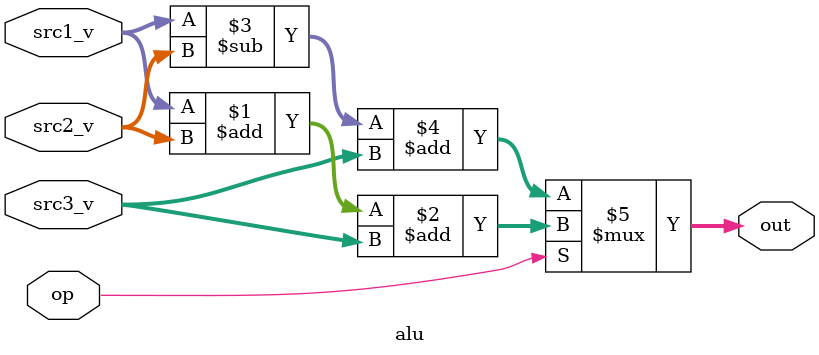
<source format=v>

module registers(
    input clk,
    input w,
    input[4:0] dst,
    input[4:0] src1,
    input[4:0] src2,
    input[31:0] w_v,
    output[31:0] src1_v,
    output[31:0] src2_v,
    output[31:0] src3_v
);

reg [31:0] bank [0:31];
assign src1_v = src1 == 0 ? 0 : bank[src1];
assign src2_v = src2 == 0 ? 0 : bank[src2];
assign src3_v = dst  == 0 ? 0 : bank[dst];

wire[31:0] d_r0, d_r1, d_r2, d_r3, d_r4;
assign d_r0 = bank[0];
assign d_r1 = bank[1];
assign d_r2 = bank[2];
assign d_r3 = bank[3];
assign d_r4 = bank[4];

always @(negedge clk)
    if (w)
        bank[dst] <= w_v;
endmodule



module memory(
    input clk,
    input w,
    input[31:0] addr,
    input[31:0] w_v,
    output[31:0] r_v
);

initial begin
	bank[00] = 'b0_0_1_1_0_00001_00001_00000_00000;   // r1 = 1
	bank[01] = 'b0_0_1_1_0_00010_00010_00000_00000;   // r2 = 2
	bank[02] = 'b0_0_1_1_0_00011_00011_00000_00000;   // r3 = 3
	bank[03] = 'b0_0_1_1_0_00000_00100_00010_00011;   // r4 = r2 + r3 # 5
	bank[04] = 'b1_0_1_0_0_11111_00000_00000_00000;   // b - 2
	bank[05] = 'b0_0_1_1_0_00000_00100_00100_00100;   // r4 = r4 + r4 # A
	bank[06] = 'b0_0_0_0_0_00000_00000_00000_00000;  
	bank[07] = 'b0_0_0_0_0_00000_00000_00000_00000;
	bank[08] = 'b0_0_0_0_0_00000_00000_00000_00000;
	bank[09] = 'b0_0_0_0_0_00000_00000_00000_00000;
	bank[10] = 'b0_0_0_0_0_00000_00000_00000_00000;
end



reg[31:0] bank [0:4096];

assign r_v = bank[addr];

always @(negedge clk)
    if (w)
        bank[addr] <= w_v;
endmodule


module alu(
    input signed [31:0] src1_v,
    input signed [31:0] src2_v,
    input signed [31:0] src3_v,
    input op,
    output signed [31:0] out
);

assign out = op ? 
                src1_v + src2_v + src3_v : 
                src1_v - src2_v + src3_v;

endmodule



</source>
